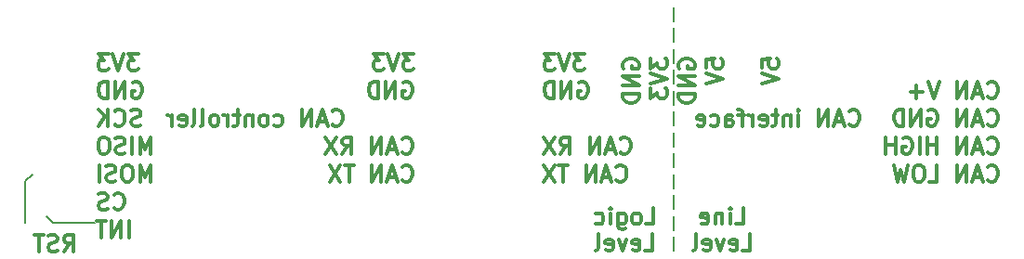
<source format=gbo>
G04 #@! TF.FileFunction,Legend,Bot*
%FSLAX46Y46*%
G04 Gerber Fmt 4.6, Leading zero omitted, Abs format (unit mm)*
G04 Created by KiCad (PCBNEW 4.0.2+e4-6225~38~ubuntu15.10.1-stable) date Do 16 Jun 2016 10:00:32 CEST*
%MOMM*%
G01*
G04 APERTURE LIST*
%ADD10C,0.100000*%
%ADD11C,0.200000*%
%ADD12C,0.300000*%
%ADD13O,1.600000X2.200000*%
%ADD14R,2.432000X2.127200*%
%ADD15O,2.432000X2.127200*%
%ADD16O,1.901140X2.899360*%
%ADD17R,2.127200X2.127200*%
%ADD18O,2.127200X2.127200*%
G04 APERTURE END LIST*
D10*
D11*
X74930000Y-26035000D02*
X74930000Y-27305000D01*
D12*
X80589285Y-36308571D02*
X81303571Y-36308571D01*
X81303571Y-34808571D01*
X80089285Y-36308571D02*
X80089285Y-35308571D01*
X80089285Y-34808571D02*
X80160714Y-34880000D01*
X80089285Y-34951429D01*
X80017857Y-34880000D01*
X80089285Y-34808571D01*
X80089285Y-34951429D01*
X79374999Y-35308571D02*
X79374999Y-36308571D01*
X79374999Y-35451429D02*
X79303571Y-35380000D01*
X79160713Y-35308571D01*
X78946428Y-35308571D01*
X78803571Y-35380000D01*
X78732142Y-35522857D01*
X78732142Y-36308571D01*
X77446428Y-36237143D02*
X77589285Y-36308571D01*
X77874999Y-36308571D01*
X78017856Y-36237143D01*
X78089285Y-36094286D01*
X78089285Y-35522857D01*
X78017856Y-35380000D01*
X77874999Y-35308571D01*
X77589285Y-35308571D01*
X77446428Y-35380000D01*
X77374999Y-35522857D01*
X77374999Y-35665714D01*
X78089285Y-35808571D01*
X81160713Y-38708571D02*
X81874999Y-38708571D01*
X81874999Y-37208571D01*
X80089285Y-38637143D02*
X80232142Y-38708571D01*
X80517856Y-38708571D01*
X80660713Y-38637143D01*
X80732142Y-38494286D01*
X80732142Y-37922857D01*
X80660713Y-37780000D01*
X80517856Y-37708571D01*
X80232142Y-37708571D01*
X80089285Y-37780000D01*
X80017856Y-37922857D01*
X80017856Y-38065714D01*
X80732142Y-38208571D01*
X79517856Y-37708571D02*
X79160713Y-38708571D01*
X78803571Y-37708571D01*
X77660714Y-38637143D02*
X77803571Y-38708571D01*
X78089285Y-38708571D01*
X78232142Y-38637143D01*
X78303571Y-38494286D01*
X78303571Y-37922857D01*
X78232142Y-37780000D01*
X78089285Y-37708571D01*
X77803571Y-37708571D01*
X77660714Y-37780000D01*
X77589285Y-37922857D01*
X77589285Y-38065714D01*
X78303571Y-38208571D01*
X76732142Y-38708571D02*
X76875000Y-38637143D01*
X76946428Y-38494286D01*
X76946428Y-37208571D01*
X72377857Y-36308571D02*
X73092143Y-36308571D01*
X73092143Y-34808571D01*
X71663571Y-36308571D02*
X71806429Y-36237143D01*
X71877857Y-36165714D01*
X71949286Y-36022857D01*
X71949286Y-35594286D01*
X71877857Y-35451429D01*
X71806429Y-35380000D01*
X71663571Y-35308571D01*
X71449286Y-35308571D01*
X71306429Y-35380000D01*
X71235000Y-35451429D01*
X71163571Y-35594286D01*
X71163571Y-36022857D01*
X71235000Y-36165714D01*
X71306429Y-36237143D01*
X71449286Y-36308571D01*
X71663571Y-36308571D01*
X69877857Y-35308571D02*
X69877857Y-36522857D01*
X69949286Y-36665714D01*
X70020714Y-36737143D01*
X70163571Y-36808571D01*
X70377857Y-36808571D01*
X70520714Y-36737143D01*
X69877857Y-36237143D02*
X70020714Y-36308571D01*
X70306428Y-36308571D01*
X70449286Y-36237143D01*
X70520714Y-36165714D01*
X70592143Y-36022857D01*
X70592143Y-35594286D01*
X70520714Y-35451429D01*
X70449286Y-35380000D01*
X70306428Y-35308571D01*
X70020714Y-35308571D01*
X69877857Y-35380000D01*
X69163571Y-36308571D02*
X69163571Y-35308571D01*
X69163571Y-34808571D02*
X69235000Y-34880000D01*
X69163571Y-34951429D01*
X69092143Y-34880000D01*
X69163571Y-34808571D01*
X69163571Y-34951429D01*
X67806428Y-36237143D02*
X67949285Y-36308571D01*
X68234999Y-36308571D01*
X68377857Y-36237143D01*
X68449285Y-36165714D01*
X68520714Y-36022857D01*
X68520714Y-35594286D01*
X68449285Y-35451429D01*
X68377857Y-35380000D01*
X68234999Y-35308571D01*
X67949285Y-35308571D01*
X67806428Y-35380000D01*
X72270713Y-38708571D02*
X72984999Y-38708571D01*
X72984999Y-37208571D01*
X71199285Y-38637143D02*
X71342142Y-38708571D01*
X71627856Y-38708571D01*
X71770713Y-38637143D01*
X71842142Y-38494286D01*
X71842142Y-37922857D01*
X71770713Y-37780000D01*
X71627856Y-37708571D01*
X71342142Y-37708571D01*
X71199285Y-37780000D01*
X71127856Y-37922857D01*
X71127856Y-38065714D01*
X71842142Y-38208571D01*
X70627856Y-37708571D02*
X70270713Y-38708571D01*
X69913571Y-37708571D01*
X68770714Y-38637143D02*
X68913571Y-38708571D01*
X69199285Y-38708571D01*
X69342142Y-38637143D01*
X69413571Y-38494286D01*
X69413571Y-37922857D01*
X69342142Y-37780000D01*
X69199285Y-37708571D01*
X68913571Y-37708571D01*
X68770714Y-37780000D01*
X68699285Y-37922857D01*
X68699285Y-38065714D01*
X69413571Y-38208571D01*
X67842142Y-38708571D02*
X67985000Y-38637143D01*
X68056428Y-38494286D01*
X68056428Y-37208571D01*
D11*
X74930000Y-37465000D02*
X74930000Y-38735000D01*
X74930000Y-35560000D02*
X74930000Y-36830000D01*
X74930000Y-33655000D02*
X74930000Y-34925000D01*
X74930000Y-31750000D02*
X74930000Y-33020000D01*
X74930000Y-29845000D02*
X74930000Y-31115000D01*
X74930000Y-27940000D02*
X74930000Y-29210000D01*
X74930000Y-24130000D02*
X74930000Y-25400000D01*
X74930000Y-22225000D02*
X74930000Y-23495000D01*
X74930000Y-20320000D02*
X74930000Y-21590000D01*
X74930000Y-18415000D02*
X74930000Y-19685000D01*
X74930000Y-16510000D02*
X74930000Y-17780000D01*
D12*
X75450000Y-22097857D02*
X75378571Y-21955000D01*
X75378571Y-21740714D01*
X75450000Y-21526429D01*
X75592857Y-21383571D01*
X75735714Y-21312143D01*
X76021429Y-21240714D01*
X76235714Y-21240714D01*
X76521429Y-21312143D01*
X76664286Y-21383571D01*
X76807143Y-21526429D01*
X76878571Y-21740714D01*
X76878571Y-21883571D01*
X76807143Y-22097857D01*
X76735714Y-22169286D01*
X76235714Y-22169286D01*
X76235714Y-21883571D01*
X76878571Y-22812143D02*
X75378571Y-22812143D01*
X76878571Y-23669286D01*
X75378571Y-23669286D01*
X76878571Y-24383572D02*
X75378571Y-24383572D01*
X75378571Y-24740715D01*
X75450000Y-24955000D01*
X75592857Y-25097858D01*
X75735714Y-25169286D01*
X76021429Y-25240715D01*
X76235714Y-25240715D01*
X76521429Y-25169286D01*
X76664286Y-25097858D01*
X76807143Y-24955000D01*
X76878571Y-24740715D01*
X76878571Y-24383572D01*
X82998571Y-22026429D02*
X82998571Y-21312143D01*
X83712857Y-21240714D01*
X83641429Y-21312143D01*
X83570000Y-21455000D01*
X83570000Y-21812143D01*
X83641429Y-21955000D01*
X83712857Y-22026429D01*
X83855714Y-22097857D01*
X84212857Y-22097857D01*
X84355714Y-22026429D01*
X84427143Y-21955000D01*
X84498571Y-21812143D01*
X84498571Y-21455000D01*
X84427143Y-21312143D01*
X84355714Y-21240714D01*
X82998571Y-22526428D02*
X84498571Y-23026428D01*
X82998571Y-23526428D01*
X77918571Y-22026429D02*
X77918571Y-21312143D01*
X78632857Y-21240714D01*
X78561429Y-21312143D01*
X78490000Y-21455000D01*
X78490000Y-21812143D01*
X78561429Y-21955000D01*
X78632857Y-22026429D01*
X78775714Y-22097857D01*
X79132857Y-22097857D01*
X79275714Y-22026429D01*
X79347143Y-21955000D01*
X79418571Y-21812143D01*
X79418571Y-21455000D01*
X79347143Y-21312143D01*
X79275714Y-21240714D01*
X77918571Y-22526428D02*
X79418571Y-23026428D01*
X77918571Y-23526428D01*
X70370000Y-22097857D02*
X70298571Y-21955000D01*
X70298571Y-21740714D01*
X70370000Y-21526429D01*
X70512857Y-21383571D01*
X70655714Y-21312143D01*
X70941429Y-21240714D01*
X71155714Y-21240714D01*
X71441429Y-21312143D01*
X71584286Y-21383571D01*
X71727143Y-21526429D01*
X71798571Y-21740714D01*
X71798571Y-21883571D01*
X71727143Y-22097857D01*
X71655714Y-22169286D01*
X71155714Y-22169286D01*
X71155714Y-21883571D01*
X71798571Y-22812143D02*
X70298571Y-22812143D01*
X71798571Y-23669286D01*
X70298571Y-23669286D01*
X71798571Y-24383572D02*
X70298571Y-24383572D01*
X70298571Y-24740715D01*
X70370000Y-24955000D01*
X70512857Y-25097858D01*
X70655714Y-25169286D01*
X70941429Y-25240715D01*
X71155714Y-25240715D01*
X71441429Y-25169286D01*
X71584286Y-25097858D01*
X71727143Y-24955000D01*
X71798571Y-24740715D01*
X71798571Y-24383572D01*
X72838571Y-21169286D02*
X72838571Y-22097857D01*
X73410000Y-21597857D01*
X73410000Y-21812143D01*
X73481429Y-21955000D01*
X73552857Y-22026429D01*
X73695714Y-22097857D01*
X74052857Y-22097857D01*
X74195714Y-22026429D01*
X74267143Y-21955000D01*
X74338571Y-21812143D01*
X74338571Y-21383571D01*
X74267143Y-21240714D01*
X74195714Y-21169286D01*
X72838571Y-22526428D02*
X74338571Y-23026428D01*
X72838571Y-23526428D01*
X72838571Y-23883571D02*
X72838571Y-24812142D01*
X73410000Y-24312142D01*
X73410000Y-24526428D01*
X73481429Y-24669285D01*
X73552857Y-24740714D01*
X73695714Y-24812142D01*
X74052857Y-24812142D01*
X74195714Y-24740714D01*
X74267143Y-24669285D01*
X74338571Y-24526428D01*
X74338571Y-24097856D01*
X74267143Y-23954999D01*
X74195714Y-23883571D01*
X90954999Y-27205714D02*
X91026428Y-27277143D01*
X91240714Y-27348571D01*
X91383571Y-27348571D01*
X91597856Y-27277143D01*
X91740714Y-27134286D01*
X91812142Y-26991429D01*
X91883571Y-26705714D01*
X91883571Y-26491429D01*
X91812142Y-26205714D01*
X91740714Y-26062857D01*
X91597856Y-25920000D01*
X91383571Y-25848571D01*
X91240714Y-25848571D01*
X91026428Y-25920000D01*
X90954999Y-25991429D01*
X90383571Y-26920000D02*
X89669285Y-26920000D01*
X90526428Y-27348571D02*
X90026428Y-25848571D01*
X89526428Y-27348571D01*
X89026428Y-27348571D02*
X89026428Y-25848571D01*
X88169285Y-27348571D01*
X88169285Y-25848571D01*
X86312142Y-27348571D02*
X86312142Y-26348571D01*
X86312142Y-25848571D02*
X86383571Y-25920000D01*
X86312142Y-25991429D01*
X86240714Y-25920000D01*
X86312142Y-25848571D01*
X86312142Y-25991429D01*
X85597856Y-26348571D02*
X85597856Y-27348571D01*
X85597856Y-26491429D02*
X85526428Y-26420000D01*
X85383570Y-26348571D01*
X85169285Y-26348571D01*
X85026428Y-26420000D01*
X84954999Y-26562857D01*
X84954999Y-27348571D01*
X84454999Y-26348571D02*
X83883570Y-26348571D01*
X84240713Y-25848571D02*
X84240713Y-27134286D01*
X84169285Y-27277143D01*
X84026427Y-27348571D01*
X83883570Y-27348571D01*
X82812142Y-27277143D02*
X82954999Y-27348571D01*
X83240713Y-27348571D01*
X83383570Y-27277143D01*
X83454999Y-27134286D01*
X83454999Y-26562857D01*
X83383570Y-26420000D01*
X83240713Y-26348571D01*
X82954999Y-26348571D01*
X82812142Y-26420000D01*
X82740713Y-26562857D01*
X82740713Y-26705714D01*
X83454999Y-26848571D01*
X82097856Y-27348571D02*
X82097856Y-26348571D01*
X82097856Y-26634286D02*
X82026428Y-26491429D01*
X81954999Y-26420000D01*
X81812142Y-26348571D01*
X81669285Y-26348571D01*
X81383571Y-26348571D02*
X80812142Y-26348571D01*
X81169285Y-27348571D02*
X81169285Y-26062857D01*
X81097857Y-25920000D01*
X80954999Y-25848571D01*
X80812142Y-25848571D01*
X79669285Y-27348571D02*
X79669285Y-26562857D01*
X79740714Y-26420000D01*
X79883571Y-26348571D01*
X80169285Y-26348571D01*
X80312142Y-26420000D01*
X79669285Y-27277143D02*
X79812142Y-27348571D01*
X80169285Y-27348571D01*
X80312142Y-27277143D01*
X80383571Y-27134286D01*
X80383571Y-26991429D01*
X80312142Y-26848571D01*
X80169285Y-26777143D01*
X79812142Y-26777143D01*
X79669285Y-26705714D01*
X78312142Y-27277143D02*
X78454999Y-27348571D01*
X78740713Y-27348571D01*
X78883571Y-27277143D01*
X78954999Y-27205714D01*
X79026428Y-27062857D01*
X79026428Y-26634286D01*
X78954999Y-26491429D01*
X78883571Y-26420000D01*
X78740713Y-26348571D01*
X78454999Y-26348571D01*
X78312142Y-26420000D01*
X77097857Y-27277143D02*
X77240714Y-27348571D01*
X77526428Y-27348571D01*
X77669285Y-27277143D01*
X77740714Y-27134286D01*
X77740714Y-26562857D01*
X77669285Y-26420000D01*
X77526428Y-26348571D01*
X77240714Y-26348571D01*
X77097857Y-26420000D01*
X77026428Y-26562857D01*
X77026428Y-26705714D01*
X77740714Y-26848571D01*
X43829999Y-27205714D02*
X43901428Y-27277143D01*
X44115714Y-27348571D01*
X44258571Y-27348571D01*
X44472856Y-27277143D01*
X44615714Y-27134286D01*
X44687142Y-26991429D01*
X44758571Y-26705714D01*
X44758571Y-26491429D01*
X44687142Y-26205714D01*
X44615714Y-26062857D01*
X44472856Y-25920000D01*
X44258571Y-25848571D01*
X44115714Y-25848571D01*
X43901428Y-25920000D01*
X43829999Y-25991429D01*
X43258571Y-26920000D02*
X42544285Y-26920000D01*
X43401428Y-27348571D02*
X42901428Y-25848571D01*
X42401428Y-27348571D01*
X41901428Y-27348571D02*
X41901428Y-25848571D01*
X41044285Y-27348571D01*
X41044285Y-25848571D01*
X38544285Y-27277143D02*
X38687142Y-27348571D01*
X38972856Y-27348571D01*
X39115714Y-27277143D01*
X39187142Y-27205714D01*
X39258571Y-27062857D01*
X39258571Y-26634286D01*
X39187142Y-26491429D01*
X39115714Y-26420000D01*
X38972856Y-26348571D01*
X38687142Y-26348571D01*
X38544285Y-26420000D01*
X37687142Y-27348571D02*
X37830000Y-27277143D01*
X37901428Y-27205714D01*
X37972857Y-27062857D01*
X37972857Y-26634286D01*
X37901428Y-26491429D01*
X37830000Y-26420000D01*
X37687142Y-26348571D01*
X37472857Y-26348571D01*
X37330000Y-26420000D01*
X37258571Y-26491429D01*
X37187142Y-26634286D01*
X37187142Y-27062857D01*
X37258571Y-27205714D01*
X37330000Y-27277143D01*
X37472857Y-27348571D01*
X37687142Y-27348571D01*
X36544285Y-26348571D02*
X36544285Y-27348571D01*
X36544285Y-26491429D02*
X36472857Y-26420000D01*
X36329999Y-26348571D01*
X36115714Y-26348571D01*
X35972857Y-26420000D01*
X35901428Y-26562857D01*
X35901428Y-27348571D01*
X35401428Y-26348571D02*
X34829999Y-26348571D01*
X35187142Y-25848571D02*
X35187142Y-27134286D01*
X35115714Y-27277143D01*
X34972856Y-27348571D01*
X34829999Y-27348571D01*
X34329999Y-27348571D02*
X34329999Y-26348571D01*
X34329999Y-26634286D02*
X34258571Y-26491429D01*
X34187142Y-26420000D01*
X34044285Y-26348571D01*
X33901428Y-26348571D01*
X33187142Y-27348571D02*
X33330000Y-27277143D01*
X33401428Y-27205714D01*
X33472857Y-27062857D01*
X33472857Y-26634286D01*
X33401428Y-26491429D01*
X33330000Y-26420000D01*
X33187142Y-26348571D01*
X32972857Y-26348571D01*
X32830000Y-26420000D01*
X32758571Y-26491429D01*
X32687142Y-26634286D01*
X32687142Y-27062857D01*
X32758571Y-27205714D01*
X32830000Y-27277143D01*
X32972857Y-27348571D01*
X33187142Y-27348571D01*
X31829999Y-27348571D02*
X31972857Y-27277143D01*
X32044285Y-27134286D01*
X32044285Y-25848571D01*
X31044285Y-27348571D02*
X31187143Y-27277143D01*
X31258571Y-27134286D01*
X31258571Y-25848571D01*
X29901429Y-27277143D02*
X30044286Y-27348571D01*
X30330000Y-27348571D01*
X30472857Y-27277143D01*
X30544286Y-27134286D01*
X30544286Y-26562857D01*
X30472857Y-26420000D01*
X30330000Y-26348571D01*
X30044286Y-26348571D01*
X29901429Y-26420000D01*
X29830000Y-26562857D01*
X29830000Y-26705714D01*
X30544286Y-26848571D01*
X29187143Y-27348571D02*
X29187143Y-26348571D01*
X29187143Y-26634286D02*
X29115715Y-26491429D01*
X29044286Y-26420000D01*
X28901429Y-26348571D01*
X28758572Y-26348571D01*
X25653572Y-23380000D02*
X25796429Y-23308571D01*
X26010715Y-23308571D01*
X26225000Y-23380000D01*
X26367858Y-23522857D01*
X26439286Y-23665714D01*
X26510715Y-23951429D01*
X26510715Y-24165714D01*
X26439286Y-24451429D01*
X26367858Y-24594286D01*
X26225000Y-24737143D01*
X26010715Y-24808571D01*
X25867858Y-24808571D01*
X25653572Y-24737143D01*
X25582143Y-24665714D01*
X25582143Y-24165714D01*
X25867858Y-24165714D01*
X24939286Y-24808571D02*
X24939286Y-23308571D01*
X24082143Y-24808571D01*
X24082143Y-23308571D01*
X23367857Y-24808571D02*
X23367857Y-23308571D01*
X23010714Y-23308571D01*
X22796429Y-23380000D01*
X22653571Y-23522857D01*
X22582143Y-23665714D01*
X22510714Y-23951429D01*
X22510714Y-24165714D01*
X22582143Y-24451429D01*
X22653571Y-24594286D01*
X22796429Y-24737143D01*
X23010714Y-24808571D01*
X23367857Y-24808571D01*
X26153570Y-20768571D02*
X25224999Y-20768571D01*
X25724999Y-21340000D01*
X25510713Y-21340000D01*
X25367856Y-21411429D01*
X25296427Y-21482857D01*
X25224999Y-21625714D01*
X25224999Y-21982857D01*
X25296427Y-22125714D01*
X25367856Y-22197143D01*
X25510713Y-22268571D01*
X25939285Y-22268571D01*
X26082142Y-22197143D01*
X26153570Y-22125714D01*
X24796428Y-20768571D02*
X24296428Y-22268571D01*
X23796428Y-20768571D01*
X23439285Y-20768571D02*
X22510714Y-20768571D01*
X23010714Y-21340000D01*
X22796428Y-21340000D01*
X22653571Y-21411429D01*
X22582142Y-21482857D01*
X22510714Y-21625714D01*
X22510714Y-21982857D01*
X22582142Y-22125714D01*
X22653571Y-22197143D01*
X22796428Y-22268571D01*
X23225000Y-22268571D01*
X23367857Y-22197143D01*
X23439285Y-22125714D01*
X50292143Y-23380000D02*
X50435000Y-23308571D01*
X50649286Y-23308571D01*
X50863571Y-23380000D01*
X51006429Y-23522857D01*
X51077857Y-23665714D01*
X51149286Y-23951429D01*
X51149286Y-24165714D01*
X51077857Y-24451429D01*
X51006429Y-24594286D01*
X50863571Y-24737143D01*
X50649286Y-24808571D01*
X50506429Y-24808571D01*
X50292143Y-24737143D01*
X50220714Y-24665714D01*
X50220714Y-24165714D01*
X50506429Y-24165714D01*
X49577857Y-24808571D02*
X49577857Y-23308571D01*
X48720714Y-24808571D01*
X48720714Y-23308571D01*
X48006428Y-24808571D02*
X48006428Y-23308571D01*
X47649285Y-23308571D01*
X47435000Y-23380000D01*
X47292142Y-23522857D01*
X47220714Y-23665714D01*
X47149285Y-23951429D01*
X47149285Y-24165714D01*
X47220714Y-24451429D01*
X47292142Y-24594286D01*
X47435000Y-24737143D01*
X47649285Y-24808571D01*
X48006428Y-24808571D01*
X51220714Y-20768571D02*
X50292143Y-20768571D01*
X50792143Y-21340000D01*
X50577857Y-21340000D01*
X50435000Y-21411429D01*
X50363571Y-21482857D01*
X50292143Y-21625714D01*
X50292143Y-21982857D01*
X50363571Y-22125714D01*
X50435000Y-22197143D01*
X50577857Y-22268571D01*
X51006429Y-22268571D01*
X51149286Y-22197143D01*
X51220714Y-22125714D01*
X49863572Y-20768571D02*
X49363572Y-22268571D01*
X48863572Y-20768571D01*
X48506429Y-20768571D02*
X47577858Y-20768571D01*
X48077858Y-21340000D01*
X47863572Y-21340000D01*
X47720715Y-21411429D01*
X47649286Y-21482857D01*
X47577858Y-21625714D01*
X47577858Y-21982857D01*
X47649286Y-22125714D01*
X47720715Y-22197143D01*
X47863572Y-22268571D01*
X48292144Y-22268571D01*
X48435001Y-22197143D01*
X48506429Y-22125714D01*
D11*
X18415000Y-36195000D02*
X22225000Y-36195000D01*
X17780000Y-35560000D02*
X18415000Y-36195000D01*
X15875000Y-32385000D02*
X15875000Y-36195000D01*
X16510000Y-31750000D02*
X15875000Y-32385000D01*
D12*
X25296429Y-37508571D02*
X25296429Y-36008571D01*
X24582143Y-37508571D02*
X24582143Y-36008571D01*
X23725000Y-37508571D01*
X23725000Y-36008571D01*
X23225000Y-36008571D02*
X22367857Y-36008571D01*
X22796428Y-37508571D02*
X22796428Y-36008571D01*
X19367142Y-38778571D02*
X19867142Y-38064286D01*
X20224285Y-38778571D02*
X20224285Y-37278571D01*
X19652857Y-37278571D01*
X19509999Y-37350000D01*
X19438571Y-37421429D01*
X19367142Y-37564286D01*
X19367142Y-37778571D01*
X19438571Y-37921429D01*
X19509999Y-37992857D01*
X19652857Y-38064286D01*
X20224285Y-38064286D01*
X18795714Y-38707143D02*
X18581428Y-38778571D01*
X18224285Y-38778571D01*
X18081428Y-38707143D01*
X18009999Y-38635714D01*
X17938571Y-38492857D01*
X17938571Y-38350000D01*
X18009999Y-38207143D01*
X18081428Y-38135714D01*
X18224285Y-38064286D01*
X18509999Y-37992857D01*
X18652857Y-37921429D01*
X18724285Y-37850000D01*
X18795714Y-37707143D01*
X18795714Y-37564286D01*
X18724285Y-37421429D01*
X18652857Y-37350000D01*
X18509999Y-37278571D01*
X18152857Y-37278571D01*
X17938571Y-37350000D01*
X17510000Y-37278571D02*
X16652857Y-37278571D01*
X17081428Y-38778571D02*
X17081428Y-37278571D01*
X66793570Y-20768571D02*
X65864999Y-20768571D01*
X66364999Y-21340000D01*
X66150713Y-21340000D01*
X66007856Y-21411429D01*
X65936427Y-21482857D01*
X65864999Y-21625714D01*
X65864999Y-21982857D01*
X65936427Y-22125714D01*
X66007856Y-22197143D01*
X66150713Y-22268571D01*
X66579285Y-22268571D01*
X66722142Y-22197143D01*
X66793570Y-22125714D01*
X65436428Y-20768571D02*
X64936428Y-22268571D01*
X64436428Y-20768571D01*
X64079285Y-20768571D02*
X63150714Y-20768571D01*
X63650714Y-21340000D01*
X63436428Y-21340000D01*
X63293571Y-21411429D01*
X63222142Y-21482857D01*
X63150714Y-21625714D01*
X63150714Y-21982857D01*
X63222142Y-22125714D01*
X63293571Y-22197143D01*
X63436428Y-22268571D01*
X63865000Y-22268571D01*
X64007857Y-22197143D01*
X64079285Y-22125714D01*
X66293572Y-23380000D02*
X66436429Y-23308571D01*
X66650715Y-23308571D01*
X66865000Y-23380000D01*
X67007858Y-23522857D01*
X67079286Y-23665714D01*
X67150715Y-23951429D01*
X67150715Y-24165714D01*
X67079286Y-24451429D01*
X67007858Y-24594286D01*
X66865000Y-24737143D01*
X66650715Y-24808571D01*
X66507858Y-24808571D01*
X66293572Y-24737143D01*
X66222143Y-24665714D01*
X66222143Y-24165714D01*
X66507858Y-24165714D01*
X65579286Y-24808571D02*
X65579286Y-23308571D01*
X64722143Y-24808571D01*
X64722143Y-23308571D01*
X64007857Y-24808571D02*
X64007857Y-23308571D01*
X63650714Y-23308571D01*
X63436429Y-23380000D01*
X63293571Y-23522857D01*
X63222143Y-23665714D01*
X63150714Y-23951429D01*
X63150714Y-24165714D01*
X63222143Y-24451429D01*
X63293571Y-24594286D01*
X63436429Y-24737143D01*
X63650714Y-24808571D01*
X64007857Y-24808571D01*
X23939285Y-34825714D02*
X24010714Y-34897143D01*
X24225000Y-34968571D01*
X24367857Y-34968571D01*
X24582142Y-34897143D01*
X24725000Y-34754286D01*
X24796428Y-34611429D01*
X24867857Y-34325714D01*
X24867857Y-34111429D01*
X24796428Y-33825714D01*
X24725000Y-33682857D01*
X24582142Y-33540000D01*
X24367857Y-33468571D01*
X24225000Y-33468571D01*
X24010714Y-33540000D01*
X23939285Y-33611429D01*
X23367857Y-34897143D02*
X23153571Y-34968571D01*
X22796428Y-34968571D01*
X22653571Y-34897143D01*
X22582142Y-34825714D01*
X22510714Y-34682857D01*
X22510714Y-34540000D01*
X22582142Y-34397143D01*
X22653571Y-34325714D01*
X22796428Y-34254286D01*
X23082142Y-34182857D01*
X23225000Y-34111429D01*
X23296428Y-34040000D01*
X23367857Y-33897143D01*
X23367857Y-33754286D01*
X23296428Y-33611429D01*
X23225000Y-33540000D01*
X23082142Y-33468571D01*
X22725000Y-33468571D01*
X22510714Y-33540000D01*
X27296429Y-32428571D02*
X27296429Y-30928571D01*
X26796429Y-32000000D01*
X26296429Y-30928571D01*
X26296429Y-32428571D01*
X25296429Y-30928571D02*
X25010715Y-30928571D01*
X24867857Y-31000000D01*
X24725000Y-31142857D01*
X24653572Y-31428571D01*
X24653572Y-31928571D01*
X24725000Y-32214286D01*
X24867857Y-32357143D01*
X25010715Y-32428571D01*
X25296429Y-32428571D01*
X25439286Y-32357143D01*
X25582143Y-32214286D01*
X25653572Y-31928571D01*
X25653572Y-31428571D01*
X25582143Y-31142857D01*
X25439286Y-31000000D01*
X25296429Y-30928571D01*
X24082143Y-32357143D02*
X23867857Y-32428571D01*
X23510714Y-32428571D01*
X23367857Y-32357143D01*
X23296428Y-32285714D01*
X23225000Y-32142857D01*
X23225000Y-32000000D01*
X23296428Y-31857143D01*
X23367857Y-31785714D01*
X23510714Y-31714286D01*
X23796428Y-31642857D01*
X23939286Y-31571429D01*
X24010714Y-31500000D01*
X24082143Y-31357143D01*
X24082143Y-31214286D01*
X24010714Y-31071429D01*
X23939286Y-31000000D01*
X23796428Y-30928571D01*
X23439286Y-30928571D01*
X23225000Y-31000000D01*
X22582143Y-32428571D02*
X22582143Y-30928571D01*
X27296429Y-29888571D02*
X27296429Y-28388571D01*
X26796429Y-29460000D01*
X26296429Y-28388571D01*
X26296429Y-29888571D01*
X25582143Y-29888571D02*
X25582143Y-28388571D01*
X24939286Y-29817143D02*
X24725000Y-29888571D01*
X24367857Y-29888571D01*
X24225000Y-29817143D01*
X24153571Y-29745714D01*
X24082143Y-29602857D01*
X24082143Y-29460000D01*
X24153571Y-29317143D01*
X24225000Y-29245714D01*
X24367857Y-29174286D01*
X24653571Y-29102857D01*
X24796429Y-29031429D01*
X24867857Y-28960000D01*
X24939286Y-28817143D01*
X24939286Y-28674286D01*
X24867857Y-28531429D01*
X24796429Y-28460000D01*
X24653571Y-28388571D01*
X24296429Y-28388571D01*
X24082143Y-28460000D01*
X23153572Y-28388571D02*
X22867858Y-28388571D01*
X22725000Y-28460000D01*
X22582143Y-28602857D01*
X22510715Y-28888571D01*
X22510715Y-29388571D01*
X22582143Y-29674286D01*
X22725000Y-29817143D01*
X22867858Y-29888571D01*
X23153572Y-29888571D01*
X23296429Y-29817143D01*
X23439286Y-29674286D01*
X23510715Y-29388571D01*
X23510715Y-28888571D01*
X23439286Y-28602857D01*
X23296429Y-28460000D01*
X23153572Y-28388571D01*
X26367857Y-27277143D02*
X26153571Y-27348571D01*
X25796428Y-27348571D01*
X25653571Y-27277143D01*
X25582142Y-27205714D01*
X25510714Y-27062857D01*
X25510714Y-26920000D01*
X25582142Y-26777143D01*
X25653571Y-26705714D01*
X25796428Y-26634286D01*
X26082142Y-26562857D01*
X26225000Y-26491429D01*
X26296428Y-26420000D01*
X26367857Y-26277143D01*
X26367857Y-26134286D01*
X26296428Y-25991429D01*
X26225000Y-25920000D01*
X26082142Y-25848571D01*
X25725000Y-25848571D01*
X25510714Y-25920000D01*
X24010714Y-27205714D02*
X24082143Y-27277143D01*
X24296429Y-27348571D01*
X24439286Y-27348571D01*
X24653571Y-27277143D01*
X24796429Y-27134286D01*
X24867857Y-26991429D01*
X24939286Y-26705714D01*
X24939286Y-26491429D01*
X24867857Y-26205714D01*
X24796429Y-26062857D01*
X24653571Y-25920000D01*
X24439286Y-25848571D01*
X24296429Y-25848571D01*
X24082143Y-25920000D01*
X24010714Y-25991429D01*
X23367857Y-27348571D02*
X23367857Y-25848571D01*
X22510714Y-27348571D02*
X23153571Y-26491429D01*
X22510714Y-25848571D02*
X23367857Y-26705714D01*
X70079285Y-29745714D02*
X70150714Y-29817143D01*
X70365000Y-29888571D01*
X70507857Y-29888571D01*
X70722142Y-29817143D01*
X70865000Y-29674286D01*
X70936428Y-29531429D01*
X71007857Y-29245714D01*
X71007857Y-29031429D01*
X70936428Y-28745714D01*
X70865000Y-28602857D01*
X70722142Y-28460000D01*
X70507857Y-28388571D01*
X70365000Y-28388571D01*
X70150714Y-28460000D01*
X70079285Y-28531429D01*
X69507857Y-29460000D02*
X68793571Y-29460000D01*
X69650714Y-29888571D02*
X69150714Y-28388571D01*
X68650714Y-29888571D01*
X68150714Y-29888571D02*
X68150714Y-28388571D01*
X67293571Y-29888571D01*
X67293571Y-28388571D01*
X64579285Y-29888571D02*
X65079285Y-29174286D01*
X65436428Y-29888571D02*
X65436428Y-28388571D01*
X64865000Y-28388571D01*
X64722142Y-28460000D01*
X64650714Y-28531429D01*
X64579285Y-28674286D01*
X64579285Y-28888571D01*
X64650714Y-29031429D01*
X64722142Y-29102857D01*
X64865000Y-29174286D01*
X65436428Y-29174286D01*
X64079285Y-28388571D02*
X63079285Y-29888571D01*
X63079285Y-28388571D02*
X64079285Y-29888571D01*
X50220714Y-29745714D02*
X50292143Y-29817143D01*
X50506429Y-29888571D01*
X50649286Y-29888571D01*
X50863571Y-29817143D01*
X51006429Y-29674286D01*
X51077857Y-29531429D01*
X51149286Y-29245714D01*
X51149286Y-29031429D01*
X51077857Y-28745714D01*
X51006429Y-28602857D01*
X50863571Y-28460000D01*
X50649286Y-28388571D01*
X50506429Y-28388571D01*
X50292143Y-28460000D01*
X50220714Y-28531429D01*
X49649286Y-29460000D02*
X48935000Y-29460000D01*
X49792143Y-29888571D02*
X49292143Y-28388571D01*
X48792143Y-29888571D01*
X48292143Y-29888571D02*
X48292143Y-28388571D01*
X47435000Y-29888571D01*
X47435000Y-28388571D01*
X44720714Y-29888571D02*
X45220714Y-29174286D01*
X45577857Y-29888571D02*
X45577857Y-28388571D01*
X45006429Y-28388571D01*
X44863571Y-28460000D01*
X44792143Y-28531429D01*
X44720714Y-28674286D01*
X44720714Y-28888571D01*
X44792143Y-29031429D01*
X44863571Y-29102857D01*
X45006429Y-29174286D01*
X45577857Y-29174286D01*
X44220714Y-28388571D02*
X43220714Y-29888571D01*
X43220714Y-28388571D02*
X44220714Y-29888571D01*
X69722142Y-32285714D02*
X69793571Y-32357143D01*
X70007857Y-32428571D01*
X70150714Y-32428571D01*
X70364999Y-32357143D01*
X70507857Y-32214286D01*
X70579285Y-32071429D01*
X70650714Y-31785714D01*
X70650714Y-31571429D01*
X70579285Y-31285714D01*
X70507857Y-31142857D01*
X70364999Y-31000000D01*
X70150714Y-30928571D01*
X70007857Y-30928571D01*
X69793571Y-31000000D01*
X69722142Y-31071429D01*
X69150714Y-32000000D02*
X68436428Y-32000000D01*
X69293571Y-32428571D02*
X68793571Y-30928571D01*
X68293571Y-32428571D01*
X67793571Y-32428571D02*
X67793571Y-30928571D01*
X66936428Y-32428571D01*
X66936428Y-30928571D01*
X65293571Y-30928571D02*
X64436428Y-30928571D01*
X64864999Y-32428571D02*
X64864999Y-30928571D01*
X64079285Y-30928571D02*
X63079285Y-32428571D01*
X63079285Y-30928571D02*
X64079285Y-32428571D01*
X50220714Y-32285714D02*
X50292143Y-32357143D01*
X50506429Y-32428571D01*
X50649286Y-32428571D01*
X50863571Y-32357143D01*
X51006429Y-32214286D01*
X51077857Y-32071429D01*
X51149286Y-31785714D01*
X51149286Y-31571429D01*
X51077857Y-31285714D01*
X51006429Y-31142857D01*
X50863571Y-31000000D01*
X50649286Y-30928571D01*
X50506429Y-30928571D01*
X50292143Y-31000000D01*
X50220714Y-31071429D01*
X49649286Y-32000000D02*
X48935000Y-32000000D01*
X49792143Y-32428571D02*
X49292143Y-30928571D01*
X48792143Y-32428571D01*
X48292143Y-32428571D02*
X48292143Y-30928571D01*
X47435000Y-32428571D01*
X47435000Y-30928571D01*
X45792143Y-30928571D02*
X44935000Y-30928571D01*
X45363571Y-32428571D02*
X45363571Y-30928571D01*
X44577857Y-30928571D02*
X43577857Y-32428571D01*
X43577857Y-30928571D02*
X44577857Y-32428571D01*
X103560714Y-24665714D02*
X103632143Y-24737143D01*
X103846429Y-24808571D01*
X103989286Y-24808571D01*
X104203571Y-24737143D01*
X104346429Y-24594286D01*
X104417857Y-24451429D01*
X104489286Y-24165714D01*
X104489286Y-23951429D01*
X104417857Y-23665714D01*
X104346429Y-23522857D01*
X104203571Y-23380000D01*
X103989286Y-23308571D01*
X103846429Y-23308571D01*
X103632143Y-23380000D01*
X103560714Y-23451429D01*
X102989286Y-24380000D02*
X102275000Y-24380000D01*
X103132143Y-24808571D02*
X102632143Y-23308571D01*
X102132143Y-24808571D01*
X101632143Y-24808571D02*
X101632143Y-23308571D01*
X100775000Y-24808571D01*
X100775000Y-23308571D01*
X99132143Y-23308571D02*
X98632143Y-24808571D01*
X98132143Y-23308571D01*
X97632143Y-24237143D02*
X96489286Y-24237143D01*
X97060715Y-24808571D02*
X97060715Y-23665714D01*
X103560714Y-27205714D02*
X103632143Y-27277143D01*
X103846429Y-27348571D01*
X103989286Y-27348571D01*
X104203571Y-27277143D01*
X104346429Y-27134286D01*
X104417857Y-26991429D01*
X104489286Y-26705714D01*
X104489286Y-26491429D01*
X104417857Y-26205714D01*
X104346429Y-26062857D01*
X104203571Y-25920000D01*
X103989286Y-25848571D01*
X103846429Y-25848571D01*
X103632143Y-25920000D01*
X103560714Y-25991429D01*
X102989286Y-26920000D02*
X102275000Y-26920000D01*
X103132143Y-27348571D02*
X102632143Y-25848571D01*
X102132143Y-27348571D01*
X101632143Y-27348571D02*
X101632143Y-25848571D01*
X100775000Y-27348571D01*
X100775000Y-25848571D01*
X98132143Y-25920000D02*
X98275000Y-25848571D01*
X98489286Y-25848571D01*
X98703571Y-25920000D01*
X98846429Y-26062857D01*
X98917857Y-26205714D01*
X98989286Y-26491429D01*
X98989286Y-26705714D01*
X98917857Y-26991429D01*
X98846429Y-27134286D01*
X98703571Y-27277143D01*
X98489286Y-27348571D01*
X98346429Y-27348571D01*
X98132143Y-27277143D01*
X98060714Y-27205714D01*
X98060714Y-26705714D01*
X98346429Y-26705714D01*
X97417857Y-27348571D02*
X97417857Y-25848571D01*
X96560714Y-27348571D01*
X96560714Y-25848571D01*
X95846428Y-27348571D02*
X95846428Y-25848571D01*
X95489285Y-25848571D01*
X95275000Y-25920000D01*
X95132142Y-26062857D01*
X95060714Y-26205714D01*
X94989285Y-26491429D01*
X94989285Y-26705714D01*
X95060714Y-26991429D01*
X95132142Y-27134286D01*
X95275000Y-27277143D01*
X95489285Y-27348571D01*
X95846428Y-27348571D01*
X103560714Y-32285714D02*
X103632143Y-32357143D01*
X103846429Y-32428571D01*
X103989286Y-32428571D01*
X104203571Y-32357143D01*
X104346429Y-32214286D01*
X104417857Y-32071429D01*
X104489286Y-31785714D01*
X104489286Y-31571429D01*
X104417857Y-31285714D01*
X104346429Y-31142857D01*
X104203571Y-31000000D01*
X103989286Y-30928571D01*
X103846429Y-30928571D01*
X103632143Y-31000000D01*
X103560714Y-31071429D01*
X102989286Y-32000000D02*
X102275000Y-32000000D01*
X103132143Y-32428571D02*
X102632143Y-30928571D01*
X102132143Y-32428571D01*
X101632143Y-32428571D02*
X101632143Y-30928571D01*
X100775000Y-32428571D01*
X100775000Y-30928571D01*
X98203571Y-32428571D02*
X98917857Y-32428571D01*
X98917857Y-30928571D01*
X97417857Y-30928571D02*
X97132143Y-30928571D01*
X96989285Y-31000000D01*
X96846428Y-31142857D01*
X96775000Y-31428571D01*
X96775000Y-31928571D01*
X96846428Y-32214286D01*
X96989285Y-32357143D01*
X97132143Y-32428571D01*
X97417857Y-32428571D01*
X97560714Y-32357143D01*
X97703571Y-32214286D01*
X97775000Y-31928571D01*
X97775000Y-31428571D01*
X97703571Y-31142857D01*
X97560714Y-31000000D01*
X97417857Y-30928571D01*
X96274999Y-30928571D02*
X95917856Y-32428571D01*
X95632142Y-31357143D01*
X95346428Y-32428571D01*
X94989285Y-30928571D01*
X103560714Y-29745714D02*
X103632143Y-29817143D01*
X103846429Y-29888571D01*
X103989286Y-29888571D01*
X104203571Y-29817143D01*
X104346429Y-29674286D01*
X104417857Y-29531429D01*
X104489286Y-29245714D01*
X104489286Y-29031429D01*
X104417857Y-28745714D01*
X104346429Y-28602857D01*
X104203571Y-28460000D01*
X103989286Y-28388571D01*
X103846429Y-28388571D01*
X103632143Y-28460000D01*
X103560714Y-28531429D01*
X102989286Y-29460000D02*
X102275000Y-29460000D01*
X103132143Y-29888571D02*
X102632143Y-28388571D01*
X102132143Y-29888571D01*
X101632143Y-29888571D02*
X101632143Y-28388571D01*
X100775000Y-29888571D01*
X100775000Y-28388571D01*
X98917857Y-29888571D02*
X98917857Y-28388571D01*
X98917857Y-29102857D02*
X98060714Y-29102857D01*
X98060714Y-29888571D02*
X98060714Y-28388571D01*
X97346428Y-29888571D02*
X97346428Y-28388571D01*
X95846428Y-28460000D02*
X95989285Y-28388571D01*
X96203571Y-28388571D01*
X96417856Y-28460000D01*
X96560714Y-28602857D01*
X96632142Y-28745714D01*
X96703571Y-29031429D01*
X96703571Y-29245714D01*
X96632142Y-29531429D01*
X96560714Y-29674286D01*
X96417856Y-29817143D01*
X96203571Y-29888571D01*
X96060714Y-29888571D01*
X95846428Y-29817143D01*
X95774999Y-29745714D01*
X95774999Y-29245714D01*
X96060714Y-29245714D01*
X95132142Y-29888571D02*
X95132142Y-28388571D01*
X95132142Y-29102857D02*
X94274999Y-29102857D01*
X94274999Y-29888571D02*
X94274999Y-28388571D01*
%LPC*%
D13*
X71120000Y-19050000D03*
X73660000Y-19050000D03*
X76200000Y-19050000D03*
X78740000Y-19050000D03*
D14*
X53340000Y-34290000D03*
D15*
X53340000Y-31750000D03*
X53340000Y-29210000D03*
X53340000Y-26670000D03*
X53340000Y-24130000D03*
X53340000Y-21590000D03*
D16*
X86360000Y-19050000D03*
X83820000Y-19050000D03*
X88900000Y-19050000D03*
D14*
X106680000Y-31750000D03*
D15*
X106680000Y-29210000D03*
X106680000Y-26670000D03*
X106680000Y-24130000D03*
D14*
X60960000Y-34290000D03*
D15*
X60960000Y-31750000D03*
X60960000Y-29210000D03*
X60960000Y-26670000D03*
X60960000Y-24130000D03*
X60960000Y-21590000D03*
D17*
X20320000Y-34290000D03*
D18*
X17780000Y-34290000D03*
X20320000Y-31750000D03*
X17780000Y-31750000D03*
X20320000Y-29210000D03*
X17780000Y-29210000D03*
X20320000Y-26670000D03*
X17780000Y-26670000D03*
X20320000Y-24130000D03*
X17780000Y-24130000D03*
X20320000Y-21590000D03*
X17780000Y-21590000D03*
M02*

</source>
